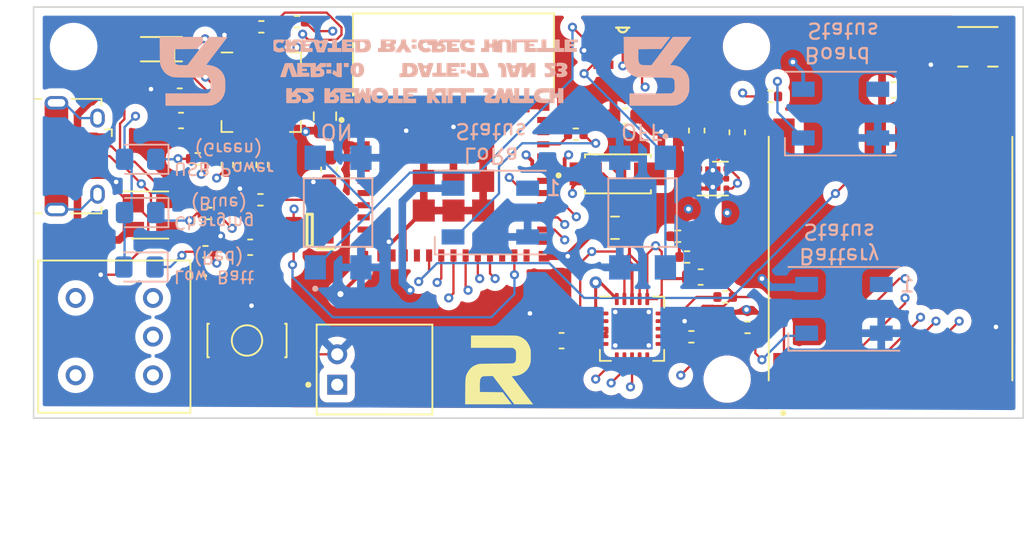
<source format=kicad_pcb>
(kicad_pcb (version 20211014) (generator pcbnew)
  (title_block (title "Kill Switch - Remote") (date "2023-01-18") (rev "1.0") (company "Created by: Greg Hulette") (comment 1 "- Creates WiFi Network for Remote Web Access") (comment 2 "- WiFi to LoRa Bridge") (comment 3 "- Buttons for Master Relay"))
  (layers (0 "F.Cu" signal) (1 "In1.Cu" signal) (2 "In2.Cu" signal) (31 "B.Cu" signal) (34 "B.Paste" user) (35 "F.Paste" user) (36 "B.SilkS" user "B.Silkscreen") (37 "F.SilkS" user "F.Silkscreen") (38 "B.Mask" user) (39 "F.Mask" user) (44 "Edge.Cuts" user))
  (net 0 "")
  (net 1 "+3V3")
  (net 2 "GND")
  (net 3 "RESET")
  (net 4 "Net-(C6-Pad2)")
  (net 5 "VBUS")
  (net 6 "Net-(C9-Pad1)")
  (net 7 "Net-(D1-PadA)")
  (net 8 "USB_DP")
  (net 9 "USB_DN")
  (net 10 "Net-(D4-Pad1)")
  (net 11 "Net-(D5-Pad1)")
  (net 13 "unconnected-(J1-Pad6)")
  (net 14 "Net-(J2-Pad1)")
  (net 15 "Net-(J3-Pad2)")
  (net 17 "Net-(L1-Pad3)")
  (net 20 "DTR")
  (net 21 "RTS")
  (net 22 "GPIO0")
  (net 23 "Net-(R2-Pad1)")
  (net 24 "RXD0")
  (net 25 "Net-(R3-Pad1)")
  (net 26 "TXD0")
  (net 27 "Net-(R4-Pad2)")
  (net 28 "Net-(R6-Pad1)")
  (net 29 "Net-(R7-Pad1)")
  (net 30 "Net-(R8-Pad1)")
  (net 31 "Net-(R9-Pad1)")
  (net 32 "Net-(R10-Pad1)")
  (net 33 "Net-(R11-Pad1)")
  (net 34 "BATT_LEVEL")
  (net 35 "STATUS_LED_DATA")
  (net 36 "BATSTAT_LED_DATA")
  (net 37 "Net-(TH1-Pad1)")
  (net 47 "DI0_LORA")
  (net 48 "RESET_LORA")
  (net 49 "SCK_LORA")
  (net 50 "MISO_LORA")
  (net 51 "MOSI_LORA")
  (net 52 "NSS_LORA")
  (net 56 "OFF_SW_OUT")
  (net 57 "ON_SW_OUT")
  (net 77 "DTS")
  (net 84 "LORA_LED_DATA")
  (net 86 "Net-(S2-Pad1)")
  (net 87 "Net-(D6-Pad1)")
  (net 88 "Net-(L2-Pad3)")
  (net 89 "Net-(L3-Pad3)")
  (net 90 "Net-(S3-Pad1)")
  (footprint "Capacitor_SMD:C_0603_1608Metric" (layer "F.Cu") (at 94.6 88.854 180)
    (fp_text reference "C5")
    (fp_text value ".1uF")
  )
  (footprint "MountingHole:MountingHole_2.1mm" (layer "F.Cu") (at 131.826 85.598)
    (fp_text reference "REF**" hide)
    (fp_text value "MountingHole_2.1mm" hide)
  )
  (footprint "Custom:JST_S2B-PH-K-S(LF)(SN)" (layer "F.Cu") (at 104.944 106.809 90)
    (fp_text reference "J2")
    (fp_text value "S2B-PH-K-S(LF)(SN)")
  )
  (footprint "Package_DFN_QFN:QFN-28-1EP_5x5mm_P0.5mm_EP3.35x3.35mm" (layer "F.Cu") (at 99.952 88.596)
    (fp_text reference "U2")
    (fp_text value "CP2102N-A02-GQFN28")
  )
  (footprint "Custom:MODULE_ESP32-PICO-MINI-02" (layer "F.Cu") (at 112.579 94.418)
    (fp_text reference "U1")
    (fp_text value "ESP32-PICO-MINI-02")
  )
  (footprint "Resistor_SMD:R_0402_1005Metric" (layer "F.Cu") (at 127.338 98.054 180)
    (fp_text reference "R13")
    (fp_text value "100K")
  )
  (footprint "Capacitor_SMD:C_0603_1608Metric" (layer "F.Cu") (at 141.504 88.446)
    (fp_text reference "C10")
    (fp_text value ".1uF")
  )
  (footprint "Resistor_SMD:R_0402_1005Metric" (layer "F.Cu") (at 131.896 104.044 180)
    (fp_text reference "R17")
    (fp_text value "470")
  )
  (footprint "Capacitor_SMD:C_0603_1608Metric" (layer "F.Cu") (at 128.558 91.114 -90)
    (fp_text reference "C7")
    (fp_text value "1uF")
  )
  (footprint "Capacitor_SMD:C_0603_1608Metric" (layer "F.Cu") (at 99.226 98.78 180)
    (fp_text reference "C3")
    (fp_text value ".1uF")
  )
  (footprint "Capacitor_SMD:C_0805_2012Metric" (layer "F.Cu") (at 104.14 90.17 90)
    (fp_text reference "C1")
    (fp_text value "10uF")
  )
  (footprint "Connector_USB:USB_Micro-B_Amphenol_10118194_Horizontal" (layer "F.Cu") (at 87.8 92.794 -90)
    (fp_text reference "J1")
    (fp_text value "USB_B_Micro")
  )
  (footprint "Resistor_SMD:R_0402_1005Metric" (layer "F.Cu") (at 100.016 93.364 -90)
    (fp_text reference "R6")
    (fp_text value "1K")
  )
  (footprint "Package_SON:WSON-6-1EP_2x2mm_P0.65mm_EP1x1.6mm_ThermalVias" (layer "F.Cu") (at 129.614 94.27)
    (fp_text reference "U3")
    (fp_text value "LP5912-3.3DRV")
  )
  (footprint "Resistor_SMD:R_0402_1005Metric" (layer "F.Cu") (at 98.97 93.364 -90)
    (fp_text reference "R5")
    (fp_text value "47.5K")
  )
  (footprint "Package_DFN_QFN:QFN-20-1EP_4x4mm_P0.5mm_EP2.7x2.7mm_ThermalVias" (layer "F.Cu") (at 124.308 104.13)
    (fp_text reference "U4")
    (fp_text value "MCP73871-2CC-Custom")
  )
  (footprint "Resistor_SMD:R_0402_1005Metric" (layer "F.Cu") (at 127.926 99.418)
    (fp_text reference "R12")
    (fp_text value "100K")
  )
  (footprint "Resistor_SMD:R_0402_1005Metric" (layer "F.Cu") (at 130.426 102.046)
    (fp_text reference "R10")
    (fp_text value "10K")
  )
  (footprint "Resistor_SMD:R_0402_1005Metric" (layer "F.Cu") (at 95.78392 92.97 180)
    (fp_text reference "R7")
    (fp_text value "82")
  )
  (footprint "Capacitor_SMD:C_0603_1608Metric" (layer "F.Cu") (at 128.814 100.736)
    (fp_text reference "C9")
    (fp_text value "4.7uF")
  )
  (footprint "Resistor_SMD:R_0402_1005Metric" (layer "F.Cu") (at 133.39 88.872 180)
    (fp_text reference "R14")
    (fp_text value "470")
  )
  (footprint "Resistor_SMD:R_0402_1005Metric" (layer "F.Cu") (at 97.728 93.368 90)
    (fp_text reference "R4")
    (fp_text value "22.1K")
  )
  (footprint "Custom:SOT95P280X145-6N" (layer "F.Cu") (at 123.698 85.852)
    (fp_text reference "U6" hide)
    (fp_text value "MAX6817EUT+T" hide)
  )
  (footprint "Custom:SMAJ5.0_DIOM4325X250N" (layer "F.Cu") (at 123.383 93.958)
    (fp_text reference "D3")
    (fp_text value "SMAJ5.0")
  )
  (footprint "Custom:SOD3716X135N" (layer "F.Cu") (at 93.3985 85.7685 180)
    (fp_text reference "D1")
    (fp_text value "B5819W-TP")
  )
  (footprint "MountingHole:MountingHole_2.1mm" (layer "F.Cu") (at 87.63 85.598)
    (fp_text reference "REF**" hide)
    (fp_text value "MountingHole_2.1mm" hide)
  )
  (footprint "Resistor_SMD:R_0402_1005Metric" (layer "F.Cu") (at 102.314 83.964)
    (fp_text reference "R3")
    (fp_text value "1K")
  )
  (footprint "Custom:RFM95W-915S2" (layer "F.Cu") (at 141.287 99.522 90)
    (fp_text reference "U5")
    (fp_text value "RFM95W-915S2")
  )
  (footprint "Capacitor_SMD:C_0603_1608Metric" (layer "F.Cu") (at 119.68 104.916 180)
    (fp_text reference "TH1")
    (fp_text value "10K")
  )
  (footprint "Capacitor_SMD:C_0603_1608Metric" (layer "F.Cu") (at 104.4 93.666 -90)
    (fp_text reference "C2")
    (fp_text value ".1uF")
  )
  (footprint "Custom:SOT65P230X110-6N" (layer "F.Cu") (at 103.133 97.662 180)
    (fp_text reference "Q2")
    (fp_text value "UMH3N")
  )
  (footprint "MountingHole:MountingHole_2.1mm" (layer "F.Cu") (at 130.556 107.442)
    (fp_text reference "REF**" hide)
    (fp_text value "MountingHole_2.1mm" hide)
  )
  (footprint "Capacitor_SMD:C_0805_2012Metric" (layer "F.Cu") (at 123.19 97.498 180)
    (fp_text reference "C8")
    (fp_text value "10uF")
  )
  (footprint "Capacitor_SMD:C_0603_1608Metric" (layer "F.Cu") (at 131.216 91.232 90)
    (fp_text reference "C6")
    (fp_text value "1uF")
  )
  (footprint "Resistor_SMD:R_0402_1005Metric" (layer "F.Cu") (at 128.208 104.66)
    (fp_text reference "R11")
    (fp_text value "100K")
  )
  (footprint "Package_TO_SOT_SMD:SOT-143" (layer "F.Cu") (at 92.654 96.66)
    (fp_text reference "D2")
    (fp_text value "SP0503BAHTG")
  )
  (footprint "Resistor_SMD:R_0402_1005Metric" (layer "F.Cu") (at 96.29192 99.074 180)
    (fp_text reference "R9")
    (fp_text value "150")
  )
  (footprint "Resistor_SMD:R_0402_1005Metric" (layer "F.Cu") (at 120.614 91.358 180)
    (fp_text reference "R16")
    (fp_text value "470")
  )
  (footprint "Custom:AS11CH" (layer "F.Cu") (at 90.30292 104.648 -90)
    (fp_text reference "SW4")
    (fp_text value "AS11CH")
  )
  (footprint "Capacitor_SMD:C_0603_1608Metric" (layer "F.Cu") (at 123.864 90.174)
    (fp_text reference "C11")
    (fp_text value ".1uF")
  )
  (footprint "Resistor_SMD:R_0402_1005Metric" (layer "F.Cu") (at 99.902 95.662)
    (fp_text reference "R1")
    (fp_text value "10K")
  )
  (footprint "Resistor_SMD:R_0402_1005Metric" (layer "F.Cu") (at 96.54592 96.56 180)
    (fp_text reference "R8")
    (fp_text value "82")
  )
  (footprint "Custom:SW_TL3342F160QG" (layer "F.Cu") (at 99.018618 104.902 -90)
    (fp_text reference "S1")
    (fp_text value "TL3342F160QG")
  )
  (footprint "Resistor_SMD:R_0402_1005Metric" (layer "F.Cu") (at 99.96 84.3)
    (fp_text reference "R2")
    (fp_text value "1K")
  )
  (footprint "Custom:HRS_U.FL-R-SMT-1(10)" (layer "F.Cu") (at 147.02 85.612)
    (fp_text reference "J3")
    (fp_text value "U.FL-R-SMT-1(10)")
  )
  (footprint "Capacitor_SMD:C_0603_1608Metric" (layer "F.Cu") (at 94.688 90.454 180)
    (fp_text reference "C4")
    (fp_text value "4.7uF")
  )
  (footprint "Logos:R2_Logo_V2" (layer "F.Cu") (at 115.57 107.188)
    (fp_text reference "G***" hide)
    (fp_text value "LOGO" hide)
  )
  (footprint "Logos:R2_Logo_V2" (layer "B.Cu") (at 95.504 86.868)
    (fp_text reference "G***" hide)
    (fp_text value "LOGO" hide)
  )
  (footprint "Logos:R2_Logo_V2" (layer "B.Cu") (at 125.984 86.868)
    (fp_text reference "G***" hide)
    (fp_text value "LOGO" hide)
  )
  (footprint "LED_SMD:LED_0805_2012Metric_Pad1.15x1.40mm_HandSolder" (layer "B.Cu") (at 91.948 100.076 180)
    (fp_text reference "D6")
    (fp_text value "Red")
  )
  (footprint "LED_SMD:LED_WS2812B_PLCC4_5.0x5.0mm_P3.2mm" (layer "B.Cu") (at 115 96.5 180)
    (fp_text reference "L2" hide)
    (fp_text value "WS2812B")
  )
  (footprint "Logos:RemoteKillSwitchLogo" (layer "B.Cu") (at 110.737843 87.235218)
    (fp_text reference "G***" hide)
    (fp_text value "LOGO" hide)
  )
  (footprint "LED_SMD:LED_WS2812B_PLCC4_5.0x5.0mm_P3.2mm" (layer "B.Cu") (at 138.228 102.824 180)
    (fp_text reference "L3" hide)
    (fp_text value "WS2812B")
  )
  (footprint "Custom:SW_TL3305BF260QG" (layer "B.Cu") (at 125 96.5 -90)
    (fp_text reference "S3")
    (fp_text value "TL3342F160QG" hide)
  )
  (footprint "LED_SMD:LED_0805_2012Metric_Pad1.15x1.40mm_HandSolder" (layer "B.Cu") (at 92 96.5 180)
    (fp_text reference "D5")
    (fp_text value "BLUE")
  )
  (footprint "Custom:SW_TL3305BF260QG" (layer "B.Cu") (at 105 96.5 90)
    (fp_text reference "S2" hide)
    (fp_text value "TL3342F160QG")
  )
  (footprint "LED_SMD:LED_WS2812B_PLCC4_5.0x5.0mm_P3.2mm" (layer "B.Cu") (at 138 90 180)
    (fp_text reference "L1")
    (fp_text value "WS2812B")
  )
  (footprint "LED_SMD:LED_0805_2012Metric_Pad1.15x1.40mm_HandSolder" (layer "B.Cu") (at 92 93 180)
    (fp_text reference "D4")
    (fp_text value "Green")
  )
  (gr_line (start 150 83) (end 85 83) (layer "Edge.Cuts") (width 0.1))
  (gr_line (start 150 110) (end 150 83) (layer "Edge.Cuts") (width 0.1))
  (gr_line (start 85 83) (end 85 110) (layer "Edge.Cuts") (width 0.1))
  (gr_line (start 85 110) (end 150 110) (layer "Edge.Cuts") (width 0.1))
  (gr_text "OFF" (at 124.968 91.186 180) (layer "B.SilkS") (effects (font (size 1 1)) (justify mirror)))
  (gr_text "USB Power \n(Green)" (at 97.801809 92.964 180) (layer "B.SilkS") (effects (font (size 0.8 0.8) (thickness 0.125)) (justify mirror)))
  (gr_text "Low Batt \n(Red)" (at 97.15419 100.076 180) (layer "B.SilkS") (effects (font (size 0.8 0.8) (thickness 0.125)) (justify mirror)))
  (gr_text "Board \nStatus" (at 138.176 85.344 180) (layer "B.SilkS") (effects (font (size 1 1)) (justify mirror)))
  (gr_text "LoRa\nStatus" (at 115.062 91.948 180) (layer "B.SilkS") (effects (font (size 1 1)) (justify mirror)))
  (gr_text "Battery\nStatus" (at 137.922 98.552 180) (layer "B.SilkS") (effects (font (size 1 1)) (justify mirror)))
  (gr_text "ON" (at 104.902 91.186 180) (layer "B.SilkS") (effects (font (size 1 1)) (justify mirror)))
  (gr_text "Charging \n(Blue)" (at 97.173237 96.52 180) (layer "B.SilkS") (effects (font (size 0.8 0.8) (thickness 0.125)) (justify mirror)))
  (segment (start 105.273 92.018) (end 104.4 92.891) (width 0.25) (layer "F.Cu") (net 1))
  (segment (start 96.3515 89.8305) (end 95.375 88.854) (width 0.1524) (layer "F.Cu") (net 1))
  (segment (start 96.617 90.096) (end 96.3515 89.8305) (width 0.1524) (layer "F.Cu") (net 1))
  (segment (start 100.016 93.874) (end 100.016 94.294) (width 0.5) (layer "F.Cu") (net 1))
  (segment (start 127.762 96.012) (end 128.016 96.266) (width 0.1524) (layer "F.Cu") (net 1))
  (segment (start 106.679 92.018) (end 105.273 92.018) (width 0.25) (layer "F.Cu") (net 1))
  (segment (start 96.586 89.596) (end 96.3515 89.8305) (width 0.1524) (layer "F.Cu") (net 1))
  (segment (start 97.502 90.096) (end 95.821 90.096) (width 0.1524) (layer "F.Cu") (net 1))
  (segment (start 105.038 92.018) (end 104.14 91.12) (width 0.25) (layer "F.Cu") (net 1))
  (segment (start 128.122 93.62) (end 127.762 93.98) (width 0.1524) (layer "F.Cu") (net 1))
  (segment (start 97.502 90.096) (end 96.617 90.096) (width 0.1524) (layer "F.Cu") (net 1))
  (segment (start 128.7265 92.0575) (end 128.558 91.889) (width 0.1524) (layer "F.Cu") (net 1))
  (segment (start 95.821 90.096) (end 95.463 90.454) (width 0.1524) (layer "F.Cu") (net 1))
  (segment (start 128.7265 93.62) (end 128.122 93.62) (width 0.1524) (layer "F.Cu") (net 1))
  (segment (start 99.392 94.918) (end 99.392 95.662) (width 0.5) (layer "F.Cu") (net 1))
  (segment (start 127.762 93.98) (end 127.762 96.012) (width 0.1524) (layer "F.Cu") (net 1))
  (segment (start 97.502 89.596) (end 96.586 89.596) (width 0.1524) (layer "F.Cu") (net 1))
  (segment (start 100.016 94.294) (end 99.392 94.918) (width 0.5) (layer "F.Cu") (net 1))
  (segment (start 106.679 92.018) (end 105.038 92.018) (width 0.25) (layer "F.Cu") (net 1))
  (segment (start 128.7265 93.62) (end 128.7265 92.0575) (width 0.1524) (layer "F.Cu") (net 1))
  (via (at 132.842 100.838) (size 0.6) (drill 0.3) (layers "F.Cu" "B.Cu") (net 1))
  (via (at 130.556 96.52) (size 0.6) (drill 0.3) (layers "F.Cu" "B.Cu") (net 1))
  (via (at 109.728 101.6) (size 0.6) (drill 0.3) (layers "F.Cu" "B.Cu") (net 1))
  (via (at 128.016 96.266) (size 0.6) (drill 0.3) (layers "F.Cu" "B.Cu") (net 1))
  (via (at 134.874 86.614) (size 0.6) (drill 0.3) (layers "F.Cu" "B.Cu") (net 1))
  (via (at 102.87 91.186) (size 0.6) (drill 0.3) (layers "F.Cu" "B.Cu") (net 1))
  (via (at 131.826 102.87) (size 0.6) (drill 0.3) (layers "F.Cu" "B.Cu") (net 1))
  (segment (start 112.55 94.9) (end 110.078 94.9) (width 0.5) (layer "B.Cu") (net 1))
  (segment (start 135.55 101.4) (end 133.404 101.4) (width 0.5) (layer "B.Cu") (net 1))
  (segment (start 135.55 88.4) (end 135.55 87.29) (width 0.25) (layer "B.Cu") (net 1))
  (segment (start 135.55 87.29) (end 134.874 86.614) (width 0.25) (layer "B.Cu") (net 1))
  (segment (start 133.404 101.4) (end 132.842 100.838) (width 0.5) (layer "B.Cu") (net 1))
  (segment (start 109.22 101.092) (end 109.728 101.6) (width 0.5) (layer "B.Cu") (net 1))
  (segment (start 109.22 95.758) (end 109.22 101.092) (width 0.5) (layer "B.Cu") (net 1))
  (segment (start 110.078 94.9) (end 109.22 95.758) (width 0.5) (layer "B.Cu") (net 1))
  (segment (start 148.287 107.222) (end 148.287 104.091) (width 0.1524) (layer "F.Cu") (net 2))
  (segment (start 100.918618 101.752) (end 100.918618 101.783618) (width 0.1524) (layer "F.Cu") (net 2))
  (segment (start 128.718 104.588) (end 127.762 103.632) (width 0.1524) (layer "F.Cu") (net 2))
  (segment (start 122.24 97.498) (end 121.972 97.498) (width 0.5) (layer "F.Cu") (net 2))
  (segment (start 122.633489 104.13) (end 122.633489 104.354511) (width 0.25) (layer "F.Cu") (net 2))
  (segment (start 127.762 103.632) (end 127.968 103.632) (width 0.1524) (layer "F.Cu") (net 2))
  (segment (start 108.579 98.418) (end 110.629 96.368) (width 0.25) (layer "F.Cu") (net 2))
  (segment (start 122.428 85.852) (end 121.158 85.852) (width 0.25) (layer "F.Cu") (net 2))
  (segment (start 104.14 89.22) (end 104.388 89.468) (width 0.25) (layer "F.Cu") (net 2))
  (segment (start 98.451 98.78) (end 98.018 98.78) (width 0.1524) (layer "F.Cu") (net 2))
  (segment (start 89.408 100.584) (end 90.424 100.584) (width 0.1524) (layer "F.Cu") (net 2))
  (segment (start 103.161618 105.809) (end 100.918618 108.052) (width 0.1524) (layer "F.Cu") (net 2))
  (segment (start 129.614 94.82) (end 129.614 93.72) (width 0.1524) (layer "F.Cu") (net 2))
  (segment (start 114.529 96.368) (end 112.579 96.368) (width 0.5) (layer "F.Cu") (net 2))
  (segment (start 131.063 101.919) (end 129.88 100.736) (width 0.1524) (layer "F.Cu") (net 2))
  (segment (start 120.102 99.368) (end 120.088 99.368) (width 0.5) (layer "F.Cu") (net 2))
  (segment (start 112.579 92.468) (end 112.579 94.418) (width 0.5) (layer "F.Cu") (net 2))
  (segment (start 93.172 88.854) (end 93.825 88.854) (width 0.5) (layer "F.Cu") (net 2))
  (segment (start 128.473 90.424) (end 128.558 90.339) (width 0.5) (layer "F.Cu") (net 2))
  (segment (start 98.97 94.5103) (end 98.97 93.874) (width 0.1524) (layer "F.Cu") (net 2))
  (segment (start 129.032 97.536) (end 128.366 97.536) (width 0.1524) (layer "F.Cu") (net 2))
  (segment (start 110.629 92.468) (end 112.579 92.468) (width 0.5) (layer "F.Cu") (net 2))
  (segment (start 126.746 105.664) (end 127.714 105.664) (width 0.1524) (layer "F.Cu") (net 2))
  (segment (start 122.633489 104.354511) (end 122.358 104.63) (width 0.25) (layer "F.Cu") (net 2))
  (segment (start 129.614 93.398) (end 129.614 93.72) (width 0.1524) (layer "F.Cu") (net 2))
  (segment (start 144.072 88.446) (end 142.279 88.446) (width 0.1524) (layer "F.Cu") (net 2))
  (segment (start 146.15426 84.074) (end 145.545 84.68326) (width 0.5) (layer "F.Cu") (net 2))
  (segment (start 90.52 94.584) (end 90.03 94.094) (width 0.1524) (layer "F.Cu") (net 2))
  (segment (start 126.746 105.664) (end 126.746 105.618) (width 0.1524) (layer "F.Cu") (net 2))
  (segment (start 146.287 91.822) (end 146.287 90.407) (width 0.1524) (layer "F.Cu") (net 2))
  (segment (start 126.238 93.218) (end 125.498 93.958) (width 0.5) (layer "F.Cu") (net 2))
  (segment (start 126.238 91.186) (end 125.651 91.186) (width 0.5) (layer "F.Cu") (net 2))
  (segment (start 134.287 107.222) (end 134.287 103.807) (width 0.1524) (layer "F.Cu") (net 2))
  (segment (start 128.366 97.536) (end 127.848 98.054) (width 0.1524) (layer "F.Cu") (net 2))
  (segment (start 125.308 106.08) (end 124.808 106.08) (width 0.1524) (layer "F.Cu") (net 2))
  (segment (start 109.474 91.1225) (end 108.7695 90.418) (width 0.5) (layer "F.Cu") (net 2))
  (segment (start 125.651 91.186) (end 124.639 90.174) (width 0.5) (layer "F.Cu") (net 2))
  (segment (start 93.913 88.942) (end 93.825 88.854) (width 0.5) (layer "F.Cu") (net 2))
  (segment (start 127.968 103.632) (end 128.972 102.628) (width 0.1524) (layer "F.Cu") (net 2))
  (segment (start 93.913 90.454) (end 93.913 88.942) (width 0.5) (layer "F.Cu") (net 2))
  (segment (start 148.495 85.612) (end 148.495 84.487) (width 0.5) (layer "F.Cu") (net 2))
  (segment (start 90.424 100.584) (end 92.529711 98.478289) (width 0.1524) (layer "F.Cu") (net 2))
  (segment (start 126.584 106.08) (end 126.746 105.918) (width 0.1524) (layer "F.Cu") (net 2))
  (segment (start 106.679 90.418) (end 106.679 91.218) (width 0.5) (layer "F.Cu") (net 2))
  (segment (start 129.88 100.736) (end 129.589 100.736) (width 0.1524) (layer "F.Cu") (net 2))
  (segment (start 103.425 94.441) (end 103.378 94.488) (width 0.25) (layer "F.Cu") (net 2))
  (segment (start 148.287 104.091) (end 148.209 104.013) (width 0.1524) (layer "F.Cu") (net 2))
  (segment (start 104.4 94.441) (end 103.425 94.441) (width 0.25) (layer "F.Cu") (net 2))
  (segment (start 90.52 95.11) (end 91.3 95.89) (width 0.1524) (layer "F.Cu") (net 2))
  (segment (start 106.679 98.418) (end 108.338 98.418) (width 0.25) (layer "F.Cu") (net 2))
  (segment (start 90.52 94.838) (end 90.424 94.742) (width 0.1524) (layer "F.Cu") (net 2))
  (segment (start 99.452 88.096) (end 99.952 88.596) (width 0.1524) (layer "F.Cu") (net 2))
  (segment (start 108.338 98.418) (end 108.579 98.418) (width 0.25) (layer "F.Cu") (net 2))
  (segment (start 128.718 104.66) (end 128.718 104.588) (width 0.1524) (layer "F.Cu") (net 2))
  (segment (start 97.502 88.096) (end 99.452 88.096) (width 0.1524) (layer "F.Cu") (net 2))
  (segment (start 120.396 103.124) (end 117.602 103.124) (width 0.25) (layer "F.Cu") (net 2))
  (segment (start 145.545 84.68326) (end 145.545 85.612) (width 0.5) (layer "F.Cu") (net 2))
  (segment (start 114.529 94.418) (end 114.529 96.368) (width 0.5) (layer "F.Cu") (net 2))
  (segment (start 130.302 98.298) (end 129.54 97.536) (width 0.1524) (layer "F.Cu") (net 2))
  (segment (start 130.302 100.023) (end 130.302 98.298) (width 0.1524) (layer "F.Cu") (net 2))
  (segment (start 92.71 88.392) (end 93.172 88.854) (width 0.5) (layer "F.Cu") (net 2))
  (segment (start 92.529711 98.478289) (end 92.529711 96.834289) (width 0.1524) (layer "F.Cu") (net 2))
  (segment (start 144.326 88.446) (end 144.072 88.446) (width 0.1524) (layer "F.Cu") (net 2))
  (segment (start 118.905 104.916) (end 117.602 103.613) (width 0.1524) (layer "F.Cu") (net 2))
  (segment (start 129.597155 102.628) (end 129.610875 102.64172) (width 0.1524) (layer "F.Cu") (net 2))
  (segment (start 148.082 84.074) (end 146.15426 84.074) (width 0.5) (layer "F.Cu") (net 2))
  (segment (start 91.3 95.89) (end 91.554 95.89) (width 0.1524) (layer "F.Cu") (net 2))
  (segment (start 106.629 89.468) (end 118.529 89.468) (width 0.5) (layer "F.Cu") (net 2))
  (segment (start 112.579 89.518) (end 112.579 90.875) (width 0.5) (layer "F.Cu") (net 2))
  (segment (start 127 90.424) (end 128.473 90.424) (width 0.5) (layer "F.Cu") (net 2))
  (segment (start 100.178 101.752) (end 99.314 102.616) (width 0.1524) (layer "F.Cu") (net 2))
  (segment (start 128.7265 94.92) (end 129.514 94.92) (width 0.25) (layer "F.Cu") (net 2))
  (segment (start 108.7695 90.418) (end 106.679 90.418) (width 0.5) (layer "F.Cu") (net 2))
  (segment (start 98.05128 85.35128) (end 97.536 84.836) (width 0.1524) (layer "F.Cu") (net 2))
  (segment (start 145.545 85.612) (end 145.113 85.612) (width 0.5) (layer "F.Cu") (net 2))
  (segment (start 92.529711 96.834289) (end 91.585422 95.89) (width 0.1524) (layer "F.Cu") (net 2))
  (segment (start 121.972 97.498) (end 120.102 99.368) (width 0.5) (layer "F.Cu") (net 2))
  (segment (start 129.614 94.82) (end 129.614 96.954) (width 0.1524) (layer "F.Cu") (net 2))
  (segment (start 90.52 94.838) (end 90.52 94.584) (width 0.1524) (layer "F.Cu") (net 2))
  (segment (start 131.005 92.007) (end 129.614 93.398) (width 0.1524) (layer "F.Cu") (net 2))
  (segment (start 106.629 99.368) (end 106.629 100.381) (width 0.25) (layer "F.Cu") (net 2))
  (segment (start 129.610875 102.64172) (end 130.34028 102.64172) (width 0.1524) (layer "F.Cu") (net 2))
  (segment (start 130.34028 102.64172) (end 131.063 101.919) (width 0.1524) (layer "F.Cu") (net 2))
  (segment (start 110.629 96.368) (end 110.629 94.418) (width 0.5) (layer "F.Cu") (net 2))
  (segment (start 91.585422 95.89) (end 91.554 95.89) (width 0.1524) (layer "F.Cu") (net 2))
  (segment (start 129.514 94.92) (end 129.614 94.82) (width 0.25) (layer "F.Cu") (net 2))
  (segment (start 126.746 105.618) (end 126.258 105.13) (width 0.1524) (layer "F.Cu") (net 2))
  (segment (start 126.238 91.186) (end 126.238 93.218) (width 0.5) (layer "F.Cu") (net 2))
  (segment (start 104.388 89.468) (end 106.629 89.468) (width 0.25) (layer "F.Cu") (net 2))
  (segment (start 114.529 92.468) (end 114.529 94.418) (width 0.5) (layer "F.Cu") (net 2))
  (segment (start 90.03 94.094) (end 89.108 94.094) (width 0.1524) (layer "F.Cu") (net 2))
  (segment (start 129.54 97.536) (end 129.032 97.536) (width 0.1524) (layer "F.Cu") (net 2))
  (segment (start 121.402 104.13) (end 120.396 103.124) (width 0.25) (layer "F.Cu") (net 2))
  (segment (start 112.579 96.368) (end 110.629 96.368) (width 0.5) (layer "F.Cu") (net 2))
  (segment (start 106.629 89.468) (end 106.629 90.368) (width 0.5) (layer "F.Cu") (net 2))
  (segment (start 112.579 92.468) (end 114.529 92.468) (width 0.5) (layer "F.Cu") (net 2))
  (segment (start 128.972 102.628) (end 129.597155 102.628) (width 0.1524) (layer "F.Cu") (net 2))
  (segment (start 109.474 91.313) (end 110.629 92.468) (width 0.5) (layer "F.Cu") (net 2))
  (segment (start 90.424 94.742) (end 90.424 94.488) (width 0.1524) (layer "F.Cu") (net 2))
  (segment (start 130.5015 94.27) (end 129.614 94.27) (width 0.1524) (layer "F.Cu") (net 2))
  (segment (start 98.05128 86.69528) (end 98.05128 85.35128) (width 0.1524) (layer "F.Cu") (net 2))
  (segment (start 134.287 103.807) (end 132.526 102.046) (width 0.1524) (layer "F.Cu") (net 2))
  (segment (start 106.629 90.368) (end 106.679 90.418) (width 0.5) (layer "F.Cu") (net 2))
  (segment (start 131.216 92.007) (end 131.005 92.007) (width 0.1524) (layer "F.Cu") (net 2))
  (segment (start 132.526 102.046) (end 130.936 102.046) (width 0.1524) (layer "F.Cu") (net 2))
  (segment (start 106.629 100.381) (end 105.156 101.854) (width 0.25) (layer "F.Cu") (net 2))
  (segment (start 100.918618 101.752) (end 100.178 101.752) (width 0.1524) (layer "F.Cu") (net 2))
  (segment (start 90.52 94.838) (end 90.52 95.11) (width 0.1524) (layer "F.Cu") (net 2))
  (segment (start 145.113 85.612) (end 143.9375 86.7875) (width 0.5) (layer "F.Cu") (net 2))
  (segment (start 143.9375 86.7875) (end 142.279 88.446) (width 0.5) (layer "F.Cu") (net 2))
  (segment (start 106.679 99.318) (end 106.629 99.368) (width 0.25) (layer "F.Cu") (net 2))
  (segment (start 99.952 88.596) (end 98.05128 86.69528) (width 0.1524) (layer "F.Cu") (net 2))
  (segment (start 129.589 100.736) (end 130.302 100.023) (width 0.1524) (layer "F.Cu") (net 2))
  (segment (start 122.358 104.13) (end 122.633489 104.13) (width 0.25) (layer "F.Cu") (net 2))
  (segment (start 98.018 98.78) (end 97.282 98.044) (width 0.1524) (layer "F.Cu") (net 2))
  (segment (start 109.379 99.318) (end 109.379 97.618) (width 0.25) (layer "F.Cu") (net 2))
  (segment (start 146.287 90.407) (end 144.326 88.446) (width 0.1524) (layer "F.Cu") (net 2))
  (segment (start 129.614 96.954) (end 129.032 97.536) (width 0.1524) (layer "F.Cu") (net 2))
  (segment (start 126.746 105.918) (end 126.746 105.664) (width 0.1524) (layer "F.Cu") (net 2))
  (segment (start 125.308 106.08) (end 126.584 106.08) (width 0.1524) (layer "F.Cu") (net 2))
  (segment (start 112.579 90.875) (end 112.579 92.468) (width 0.5) (layer "F.Cu") (net 2))
  (segment (start 109.474 91.1225) (end 109.474 91.313) (width 0.5) (layer "F.Cu") (net 2))
  (segment (start 110.629 94.418) (end 110.629 92.468) (width 0.5) (layer "F.Cu") (net 2))
  (segment (start 117.602 103.613) (end 117.602 103.124) (width 0.1524) (layer "F.Cu") (net 2))
  (segment (start 98.552 94.9283) (end 98.97 94.5103) (width 0.1524) (layer "F.Cu") (net 2))
  (segment (start 127.714 105.664) (end 128.718 104.66) (width 0.1524) (layer "F.Cu") (net 2))
  (segment (start 100.918618 101.783618) (end 104.944 105.809) (width 0.1524) (layer "F.Cu") (net 2))
  (segment (start 120.088 99.368) (end 118.529 99.368) (width 0.5) (layer "F.Cu") (net 2))
  (segment (start 109.379 97.618) (end 110.629 96.368) (width 0.25) (layer "F.Cu") (net 2))
  (segment (start 148.495 84.487) (end 148.082 84.074) (width 0.5) (layer "F.Cu") (net 2))
  (segment (start 126.238 91.186) (end 127 90.424) (width 0.5) (layer "F.Cu") (net 2))
  (segment (start 122.358 104.13) (end 121.402 104.13) (width 0.25) (layer "F.Cu") (net 2))
  (segment (start 104.944 105.809) (end 103.161618 105.809) (width 0.1524) (layer "F.Cu") (net 2))
  (segment (start 106.679 98.418) (end 106.679 99.318) (width 0.25) (layer "F.Cu") (net 2))
  (via (at 103.378 94.488) (size 0.6) (drill 0.3) (layers "F.Cu" "B.Cu") (net 2))
  (via (at 121.158 85.852) (size 0.6) (drill 0.3) (layers "F.Cu" "B.Cu") (net 2))
  (via (at 105.156 101.854) (size 0.8) (drill 0.4) (layers "F.Cu" "B.Cu") (net 2))
  (via (at 90.424 94.488) (size 0.6) (drill 0.3) (layers "F.Cu" "B.Cu") (net 2))
  (via (at 109.474 91.1225) (size 0.6) (drill 0.3) (layers "F.Cu" "B.Cu") (net 2))
  (via (at 89.408 100.584) (size 0.6) (drill 0.3) (layers "F.Cu" "B.Cu") (net 2))
  (via (at 127.762 103.632) (size 0.6) (drill 0.3) (layers "F.Cu" "B.Cu") (net 2))
  (via (at 99.314 102.616) (size 0.6) (drill 0.3) (layers "F.Cu" "B.Cu") (net 2))
  (via (at 97.282 98.044) (size 0.6) (drill 0.3) (layers "F.Cu" "B.Cu") (net 2))
  (via (at 117.602 103.124) (size 0.6) (drill 0.3) (layers "F.Cu" "B.Cu") (net 2))
  (via (at 112.579 90.875) (size 0.6) (drill 0.3) (layers "F.Cu" "B.Cu") (net 2))
  (via (at 148.209 104.013) (size 0.6) (drill 0.3) (layers "F.Cu" "B.Cu") (net 2))
  (via (at 143.9375 86.7875) (size 0.6) (drill 0.3) (layers "F.Cu" "B.Cu") (net 2))
  (via (at 126.238 91.186) (size 0.6) (drill 0.3) (layers "F.Cu" "B.Cu") (net 2))
  (via (at 98.552 94.9283) (size 0.6) (drill 0.3) (layers "F.Cu" "B.Cu") (net 2))
  (via (at 92.71 88.392) (size 0.6) (drill 0.3) (layers "F.Cu" "B.Cu") (net 2))
  (via (at 97.536 84.836) (size 0.6) (drill 0.3) (layers "F.Cu" "B.Cu") (net 2))
  (via (at 120.088 99.368) (size 0.6) (drill 0.3) (layers "F.Cu" "B.Cu") (net 2))
  (via (at 108.338 98.418) (size 0.6) (drill 0.3) (layers "F.Cu" "B.Cu") (net 2))
  (segment (start 105.048 95.662) (end 105.404 96.018) (width 0.1524) (layer "F.Cu") (net 3))
  (segment (start 100.412 95.662) (end 101.188 95.662) (width 0.1524) (layer "F.Cu") (net 3))
  (segment (start 105.404 96.018) (end 105.177 96.018) (width 0.1524) (layer "F.Cu") (net 3))
  (segment (start 100.001 98.869618) (end 100.001 98.78) (width 0.1524) (layer "F.Cu") (net 3))
  (segment (start 101.188 95.662) (end 100.001 96.849) (width 0.1524) (layer "F.Cu") (net 3))
  (segment (start 97.118618 101.752) (end 100.001 98.869618) (width 0.1524) (layer "F.Cu") (net 3))
  (segment (start 106.679 96.018) (end 105.404 96.018) (width 0.1524) (layer "F.Cu") (net 3))
  (segment (start 101.188 95.662) (end 105.048 95.662) (width 0.1524) (layer "F.Cu") (net 3))
  (segment (start 105.177 96.018) (end 104.183 97.012) (width 0.1524) (layer "F.Cu") (net 3))
  (segment (start 100.001 96.849) (end 100.001 98.78) (width 0.1524) (layer "F.Cu") (net 3))
  (segment (start 97.118618 108.052) (end 97.118618 101.752) (width 0.1524) (layer "F.Cu") (net 3))
  (segment (start 130.5015 93.62) (end 131.424 93.62) (width 0.1524) (layer "F.Cu") (net 4))
  (segment (start 130.5015 94.92) (end 130.886 94.92) (width 0.1524) (layer "F.Cu") (net 4))
  (segment (start 131.605 90.457) (end 131.216 90.457) (width 0.1524) (layer "F.Cu") (net 4))
  (segment (start 130.886 94.92) (end 131.235756 94.569005) (width 0.1524) (layer "F.Cu") (net 4))
  (segment (start 121.92 101.092) (end 122.22 101.092) (width 0.2) (layer "F.Cu") (net 4))
  (segment (start 121.92 102.692) (end 122.358 103.13) (width 0.2) (layer "F.Cu") (net 4))
  (segment (start 131.318 94.488) (end 131.318 94.234) (width 0.1524) (layer "F.Cu") (net 4))
  (segment (start 131.424 93.62) (end 132.588 92.456) (width 0.1524) (layer "F.Cu") (net 4))
  (segment (start 131.235756 94.569005) (end 131.318 94.488) (width 0.1524) (layer "F.Cu") (net 4))
  (segment (start 132.588 92.456) (end 132.588 91.44) (width 0.1524) (layer "F.Cu") (net 4))
  (segment (start 131.318 94.234) (end 130.704 93.62) (width 0.1524) (layer "F.Cu") (net 4))
  (segment (start 121.92 101.092) (end 121.92 102.692) (width 0.2) (layer "F.Cu") (net 4))
  (segment (start 122.22 101.092) (end 123.308 102.18) (width 0.2) (layer "F.Cu") (net 4))
  (segment (start 130.704 93.62) (end 130.5015 93.62) (width 0.1524) (layer "F.Cu") (net 4))
  (segment (start 132.588 91.44) (end 131.605 90.457) (width 0.1524) (layer "F.Cu") (net 4))
  (via (at 131.235756 94.569005) (size 0.6) (drill 0.3) (layers "F.Cu" "B.Cu") (net 4))
  (via (at 121.92 101.092) (size 0.8) (drill 0.4) (layers "F.Cu" "B.Cu") (net 4))
  (segment (start 95.5875 85.7685) (end 96.266 85.09) (width 0.1524) (layer "F.Cu") (net 5))
  (segment (start 122.358 103.63) (end 121.468704 103.63) (width 0.1524) (layer "F.Cu") (net 5))
  (segment (start 121.468704 103.63) (end 120.904 103.065296) (width 0.1524) (layer "F.Cu") (net 5))
  (segment (start 124.14 97.498) (end 124.14 99.248) (width 0.2) (layer "F.Cu") (net 5))
  (segment (start 124.14 97.498) (end 122.792 96.15) (width 0.2) (layer "F.Cu") (net 5))
  (segment (start 123.808 101.744) (end 123.808 102.18) (width 0.1524) (layer "F.Cu") (net 5))
  (segment (start 124.808 99.916) (end 124.46 99.568) (width 0.1524) (layer "F.Cu") (net 5))
  (segment (start 120.904 103.065296) (end 120.904 99.822) (width 0.1524) (layer "F.Cu") (net 5))
  (segment (start 123.808 101.744) (end 123.808 99.678) (width 0.1524) (layer "F.Cu") (net 5))
  (segment (start 123.808 99.678) (end 123.808 99.58) (width 0.2) (layer "F.Cu") (net 5))
  (segment (start 124.308 99.894) (end 124.308 102.18) (width 0.2) (layer "F.Cu") (net 5))
  (segment (start 124.808 102.18) (end 124.808 99.916) (width 0.1524) (layer "F.Cu") (net 5))
  (segment (start 97.728 93.878) (end 97.384 93.878) (width 0.1524) (layer "F.Cu") (net 5))
  (segment (start 124.808 99.894) (end 124.786 99.894) (width 0.1524) (layer "F.Cu") (net 5))
  (segment (start 122.792 94.344) (end 122.406 93.958) (width 0.2) (layer "F.Cu") (net 5))
  (segment (start 121.268 93.958) (end 120.396 94.83) (width 0.2) (layer "F.Cu") (net 5))
  (segment (start 124.46 99.568) (end 124.14 99.248) (width 0.1524) (layer "F.Cu") (net 5))
  (segment (start 124.786 99.894) (end 124.46 99.568) (width 0.1524) (layer "F.Cu") (net 5))
  (segment (start 97.384 93.878) (end 97.028 94.234) (width 0.1524) (layer "F.Cu") (net 5))
  (segment (start 123.444 99.06) (end 123.808 99.424) (width 0.1524) (layer "F.Cu") (net 5))
  (segment (start 123.808 99.894) (end 123.808 99.678) (width 0.2) (layer "F.Cu") (net 5))
  (segment (start 120.396 94.83) (end 120.396 95.25) (width 0.2) (layer "F.Cu") (net 5))
  (segment (start 122.792 96.15) (end 122.792 94.344) (width 0.2) (layer "F.Cu") (net 5))
  (segment (start 122.406 93.958) (end 121.268 93.958) (width 0.2) (layer "F.Cu") (net 5))
  (segment (start 123.808 99.424) (end 123.808 99.894) (width 0.1524) (layer "F.Cu") (net 5))
  (segment (start 121.666 99.06) (end 123.444 99.06) (width 0.1524) (layer "F.Cu") (net 5))
  (segment (start 120.904 99.822) (end 121.666 99.06) (width 0.1524) (layer "F.Cu") (net 5))
  (segment (start 124.14 99.726) (end 124.308 99.894) (width 0.2) (layer "F.Cu") (net 5))
  (segment (start 123.808 99.58) (end 124.14 99.248) (width 0.2) (layer "F.Cu") (net 5))
  (segment (start 95.0368 85.7685) (end 95.5875 85.7685) (width 0.1524) (layer "F.Cu") (net 5))
  (segment (start 124.14 99.248) (end 124.14 99.726) (width 0.2) (layer "F.Cu") (net 5))
  (via (at 96.266 85.09) (size 0.6) (drill 0.3) (layers "F.Cu" "B.Cu") (net 5))
  (via (at 91.694 90.17) (size 0.6) (drill 0.3) (layers "F.Cu" "B.Cu") (net 5))
  (via (at 97.028 94.234) (size 0.6) (drill 0.3) (layers "F.Cu" "B.Cu") (net 5))
  (via (at 120.396 95.25) (size 0.6) (drill 0.3) (layers "F.Cu" "B.Cu") (net 5))
  (via (at 121.666 99.06) (size 0.6) (drill 0.3) (layers "F.Cu" "B.Cu") (net 5))
  (segment (start 91.44 96.035) (end 90.975 96.5) (width 0.1524) (layer "B.Cu") (net 5))
  (segment (start 90.975 96.5) (end 90.975 100.024) (width 0.1524) (layer "B.Cu") (net 5))
  (segment (start 91.44 93.465) (end 91.44 96.035) (width 0.1524) (layer "B.Cu") (net 5))
  (segment (start 90.975 93) (end 91.44 93.465) (width 0.1524) (layer "B.Cu") (net 5))
  (segment (start 91.694 90.17) (end 90.975 90.889) (width 0.1524) (layer "B.Cu") (net 5))
  (segment (start 90.975 90.889) (end 90.975 93) (width 0.1524) (layer "B.Cu") (net 5))
  (segment (start 90.975 100.024) (end 90.923 100.076) (width 0.1524) (layer "B.Cu") (net 5))
  (segment (start 125.308 99.227984) (end 125.308 102.18) (width 0.1524) (layer "F.Cu") (net 6))
  (segment (start 125.856992 98.678992) (end 126.258 99.08) (width 0.1524) (layer "F.Cu") (net 6))
  (segment (start 127.937 100.838) (end 128.039 100.736) (width 0.2) (layer "F.Cu") (net 6))
  (segment (start 128.039 100.736) (end 128.039 99.815) (width 0.2) (layer "F.Cu") (net 6))
  (segment (start 125.952 102.18) (end 126.258 101.874) (width 0.1524) (layer "F.Cu") (net 6))
  (segment (start 126.258 99.08) (end 126.258 100.838) (width 0.1524) (layer "F.Cu") (net 6))
  (segment (start 126.258 100.838) (end 126.258 101.874) (width 0.1524) (layer "F.Cu") (net 6))
  (segment (start 126.258 100.838) (end 127.937 100.838) (width 0.2) (layer "F.Cu") (net 6))
  (segment (start 125.308 102.18) (end 125.952 102.18) (width 0.1524) (layer "F.Cu") (net 6))
  (segment (start 128.039 99.815) (end 128.436 99.418) (width 0.2) (layer "F.Cu") (net 6))
  (segment (start 126.258 101.874) (end 126.258 103.13) (width 0.1524) (layer "F.Cu") (net 6))
  (segment (start 126.258 103.63) (end 126.258 103.13) (width 0.1524) (layer "F.Cu") (net 6))
  (segment (start 125.856992 98.678992) (end 125.308 99.227984) (width 0.1524) (layer "F.Cu") (net 6))
  (via (at 125.856992 98.678992) (size 0.6) (drill 0.3) (layers "F.Cu" "B.Cu") (net 6))
  (segment (start 87.884 91.694) (end 88.084 91.494) (width 0.5) (layer "F.Cu") (net 7))
  (segment (start 87.884 97.536) (end 88.646 98.298) (width 0.5) (layer "F.Cu") (net 7))
  (segment (start 87.884 91.694) (end 87.884 97.536) (width 0.5) (layer "F.Cu") (net 7))
  (segment (start 88.646 98.298) (end 90.612 98.298) (width 0.5) (layer "F.Cu") (net 7))
  (segment (start 88.725052 89.21948) (end 87.884 90.060532) (width 0.5) (layer "F.Cu") (net 7))
  (segment (start 91.7602 86.2938) (end 88.83452 89.21948) (width 0.5) (layer "F.Cu") (net 7))
  (segment (start 88.83452 89.21948) (end 88.725052 89.21948) (width 0.5) (layer "F.Cu") (net 7))
  (segment (start 91.7602 85.7685) (end 91.7602 86.2938) (width 0.5) (layer "F.Cu") (net 7))
  (segment (start 90.612 98.298) (end 91.3 97.61) (width 0.5) (layer "F.Cu") (net 7))
  (segment (start 88.084 91.494) (end 89.108 91.494) (width 0.5) (layer "F.Cu") (net 7))
  (segment (start 87.884 90.060532) (end 87.884 91.694) (width 0.5) (layer "F.Cu") (net 7))
  (segment (start 96.82628 88.138116) (end 96.82628 88.298595) (width 0.1524) (layer "F.Cu") (net 8))
  (segment (start 92.075 94.615) (end 92.71 95.25) (width 0.1524) (layer "F.Cu") (net 8))
  (segment (start 90.97192 93.51192) (end 92.075 94.615) (width 0.1524) (layer "F.Cu") (net 8))
  (segment (start 92.71 95.25) (end 92.71 96.516888) (width 0.1524) (layer "F.Cu") (net 8))
  (segment (start 92.881631 96.688519) (end 92.881631 96.691631) (width 0.1524) (layer "F.Cu") (net 8))
  (segment (start 97.123685 88.596) (end 97.502 88.596) (width 0.1524) (layer "F.Cu") (net 8))
  (segment (start 89.108 92.794) (end 90 92.794) (width 0.1524) (layer "F.Cu") (net 8))
  (segment (start 93.5 97.31) (end 93.5 97.61) (width 0.1524) (layer "F.Cu") (net 8))
  (segment (start 90.71792 93.51192) (end 90.97192 93.51192) (width 0.1524) (layer "F.Cu") (net 8))
  (segment (start 90 92.794) (end 90.71792 93.51192) (width 0.1524) (layer "F.Cu") (net 8))
  (segment (start 96.82628 88.298595) (end 97.123685 88.596) (width 0.1524) (layer "F.Cu") (net 8))
  (segment (start 96.292082 87.603918) (end 96.82628 88.138116) (width 0.1524) (layer "F.Cu") (net 8))
  (segment (start 92.71 96.516888) (end 92.881631 96.688519) (width 0.1524) (layer "F.Cu") (net 8))
  (segment (start 92.881631 96.691631) (end 93.5 97.31) (width 0.1524) (layer "F.Cu") (net 8))
  (via (at 92.075 94.615) (size 0.6) (drill 0.3) (layers "F.Cu" "B.Cu") (net 8))
  (via (at 96.292082 87.603918) (size 0.6) (drill 0.3) (layers "F.Cu" "B.Cu") (net 8))
  (segment (start 90.964289 89.121711) (end 92.71 87.376) (width 0.1524) (layer "F.Cu") (net 9))
  (segment (start 91.636 93.16) (end 90.86369 93.16) (width 0.1524) (layer "F.Cu") (net 9))
  (segment (start 93.5 95.71) (end 93.5 95.024) (width 0.1524) (layer "F.Cu") (net 9))
  (segment (start 90.112 92.144) (end 89.108 92.144) (width 0.1524) (layer "F.Cu") (net 9))
  (segment (start 90.678 92.97431) (end 90.678 90.653336) (width 0.1524) (layer "F.Cu") (net 9))
  (segment (start 93.5 95.024) (end 91.636 93.16) (width 0.1524) (layer "F.Cu") (net 9))
  (segment (start 95.25 87.376) (end 96.97 89.096) (width 0.1524) (layer "F.Cu") (net 9))
  (segment (start 92.71 87.376) (end 95.25 87.376) (width 0.1524) (layer "F.Cu") (net 9))
  (segment (start 90.678 90.653336) (end 90.964289 90.367047) (width 0.1524) (layer "F.Cu") (net 9))
  (segment (start 90.86369 93.16) (end 90.678 92.97431) (width 0.1524) (layer "F.Cu") (net 9))
  (segment (start 90.678 92.71) (end 90.112 92.144) (width 0.1524) (layer "F.Cu") (net 9))
  (segment (start 90.964289 90.367047) (end 90.964289 89.121711) (width 0.1524) (layer "F.Cu") (net 9))
  (segment (start 96.97 89.096) (end 97.502 89.096) (width 0.1524) (layer "F.Cu") (net 9))
  (segment (start 95.27392 92.97) (end 94.494 92.97) (width 0.1524) (layer "F.Cu") (net 10))
  (segment (start 94.494 92.97) (end 94.488 92.964) (width 0.1524) (layer "F.Cu") (net 10))
  (via (at 94.488 92.964) (size 0.6) (drill 0.3) (layers "F.Cu" "B.Cu") (net 10))
  (segment (start 93.025 93) (end 94.452 93) (width 0.1524) (layer "B.Cu") (net 10))
  (segment (start 94.452 93) (end 94.488 92.964) (width 0.1524) (layer "B.Cu") (net 10))
  (segment (start 96.03592 96.56) (end 95.718 96.56) (width 0.1524) (layer "F.Cu") (net 11))
  (segment (start 95.718 96.56) (end 95.25 97.028) (width 0.1524) (layer "F.Cu") (net 11))
  (via (at 95.25 97.028) (size 0.6) (drill 0.3) (layers "F.Cu" "B.Cu") (net 11))
  (segment (start 95.25 97.028) (end 93.553 97.028) (width 0.1524) (layer "B.Cu") (net 11))
  (segment (start 93.553 97.028) (end 93.025 96.5) (width 0.1524) (layer "B.Cu") (net 11))
  (segment (start 86.5 89.294) (end 86.5 96.294) (width 0.1524) (layer "F.Cu") (net 13))
  (segment (start 88.008 90.294) (end 87.008 89.294) (width 0.1524) (layer "B.Cu") (net 13))
  (segment (start 87.008 89.294) (end 86.5 89.294) (width 0.1524) (layer "B.Cu") (net 13))
  (segment (start 88.108 96.294) (end 89.108 95.294) (width 0.1524) (layer "B.Cu") (net 13))
  (segment (start 86.5 96.294) (end 88.108 96.294) (width 0.1524) (layer "B.Cu") (net 13))
  (segment (start 89.108 90.294) (end 88.008 90.294) (width 0.1524) (layer "B.Cu") (net 13))
  (segment (start 147.02 87.584) (end 148.287 88.851) (width 0.5) (layer "F.Cu") (net 15))
  (segment (start 148.287 88.851) (end 148.287 91.822) (width 0.5) (layer "F.Cu") (net 15))
  (segment (start 147.02 87.137) (end 147.02 87.584) (width 0.5) (layer "F.Cu") (net 15))
  (segment (start 133.858 87.884) (end 133.858 88.83) (width 0.1524) (layer "F.Cu") (net 17))
  (segment (start 133.858 88.83) (end 133.9 88.872) (width 0.1524) (layer "F.Cu") (net 17))
  (via (at 133.858 87.884) (size 0.6) (drill 0.3) (layers "F.Cu" "B.Cu") (net 17))
  (segment (start 133.858 87.884) (end 133.858 89.908) (width 0.1524) (layer "B.Cu") (net 17))
  (segment (start 133.858 89.908) (end 135.55 91.6) (width 0.1524) (layer "B.Cu") (net 17))
  (segment (start 102.734422 97.662) (end 102.083 97.662) (width 0.1524) (layer "F.Cu") (net 20))
  (segment (start 104.183 98.312) (end 103.384422 98.312) (width 0.1524) (layer "F.Cu") (net 20))
  (segment (start 103.384422 98.312) (end 102.734422 97.662) (width 0.1524) (layer "F.Cu") (net 20))
  (segment (start 104.183 97.662) (end 103.384422 97.662) (width 0.1524) (layer "F.Cu") (net 21))
  (segment (start 102.734422 97.012) (end 102.083 97.012) (width 0.1524) (layer "F.Cu") (net 21))
  (segment (start 100.74008 85.44192) (end 100.452 85.73) (width 0.1524) (layer "F.Cu") (net 21))
  (segment (start 102.084742 85.44192) (end 100.74008 85.44192) (width 0.1524) (layer "F.Cu") (net 21))
  (segment (start 102.083 96.29292) (end 102.10896 96.26696) (width 0.1524) (layer "F.Cu") (net 21))
  (segment (start 103.384422 97.662) (end 102.734422 97.012) (width 0.1524) (layer "F.Cu") (net 21))
  (segment (start 102.083 97.012) (end 102.083 96.29292) (width 0.1524) (layer "F.Cu") (net 21))
  (segment (start 100.452 85.73) (end 100.452 86.146) (width 0.1524) (layer "F.Cu") (net 21))
  (segment (start 102.301411 85.658589) (end 102.084742 85.44192) (width 0.1524) (layer "F.Cu") (net 21))
  (via (at 102.301411 85.658589) (size 0.6) (drill 0.3) (layers "F.Cu" "B.Cu") (net 21))
  (via (at 102.10896 96.26696) (size 0.6) (drill 0.3) (layers "F.Cu" "B.Cu") (net 21))
  (segment (start 102.007082 99.922918) (end 102.083 99.847) (width 0.1524) (layer "F.Cu") (net 22))
  (segment (start 116.579 99.318) (end 116.579 100.577) (width 0.1524) (layer "F.Cu") (net 22))
  (segment (start 116.586 100.584) (end 116.579 100.577) (width 0.1524) (layer "F.Cu") (net 22))
  (segment (start 102.083 99.847) (end 102.083 98.312) (width 0.1524) (layer "F.Cu") (net 22))
  (via (at 116.586 100.584) (size 0.6) (drill 0.3) (layers "F.Cu" "B.Cu") (net 22))
  (via (at 102.007082 99.922918) (size 0.6) (drill 0.3) (layers "F.Cu" "B.Cu") (net 22))
  (segment (start 115.062 103.378) (end 116.586 101.854) (width 0.1524) (layer "B.Cu") (net 22))
  (segment (start 116.586 101.854) (end 116.586 100.584) (width 0.1524) (layer "B.Cu") (net 22))
  (segment (start 102.007082 100.737082) (end 104.648 103.378) (width 0.1524) (layer "B.Cu") (net 22))
  (segment (start 104.648 103.378) (end 115.062 103.378) (width 0.1524) (layer "B.Cu") (net 22))
  (segment (start 102.007082 99.922918) (end 102.007082 100.737082) (width 0.1524) (layer "B.Cu") (net 22))
  (segment (start 99.45 84.3) (end 99.45 86.144) (width 0.1524) (layer "F.Cu") (net 23))
  (segment (start 99.45 86.144) (end 99.452 86.146) (width 0.1524) (layer "F.Cu") (net 23))
  (segment (start 101.25828 84.3) (end 100.47 84.3) (width 0.1524) (layer "F.Cu") (net 24))
  (segment (start 119.883489 93.663511) (end 119.883489 92.968511) (width 0.25) (layer "F.Cu") (net 24))
  (segment (start 118.479 94.418) (end 119.129 94.418) (width 0.25) (layer "F.Cu") (net 24))
  (segment (start 101.498875 83.36828) (end 101.25828 83.608875) (width 0.1524) (layer "F.Cu") (net 24))
  (segment (start 104.886468 85.157711) (end 105.223711 84.820468) (width 0.1524) (layer "F.Cu") (net 24))
  (segment (start 103.047268 85.157711) (end 104.886468 85.157711) (width 0.1524) (layer "F.Cu") (net 24))
  (segment (start 102.672852 84.783295) (end 103.047268 85.157711) (width 0.1524) (layer "F.Cu") (net 24))
  (segment (start 119.129 94.418) (end 119.883489 93.663511) (width 0.25) (layer "F.Cu") (net 24))
  (segment (start 101.25828 83.608875) (end 101.25828 84.3) (width 0.1524) (layer "F.Cu") (net 24))
  (segment (start 104.248459 83.36828) (end 101.498875 83.36828) (width 0.1524) (layer "F.Cu") (net 24))
  (segment (start 119.883489 92.968511) (end 120.142 92.71) (width 0.25) (layer "F.Cu") (net 24))
  (segment (start 105.223711 84.820468) (end 105.223711 84.343532) (width 0.1524) (layer "F.Cu") (net 24))
  (segment (start 105.223711 84.343532) (end 104.248459 83.36828) (width 0.1524) (layer "F.Cu") (net 24))
  (via (at 102.672852 84.783295) (size 0.6) (drill 0.3) (layers "F.Cu" "B.Cu") (net 24))
  (via (at 120.142 92.71) (size 0.6) (drill 0.3) (layers "F.Cu" "B.Cu") (net 24))
  (segment (start 100.02192 84.90592) (end 99.952 84.97584) (width 0.1524) (layer "F.Cu") (net 25))
  (segment (start 101.55 85.09) (end 100.79985 85.09) (width 0.1524) (layer "F.Cu") (net 25))
  (segment (start 100.79985 85.09) (end 100.61577 84.90592) (width 0.1524) (layer "F.Cu") (net 25))
  (segment (start 100.61577 84.90592) (end 100.02192 84.90592) (width 0.1524) (layer "F.Cu") (net 25))
  (segment (start 99.952 84.97584) (end 99.952 86.146) (width 0.1524) (layer "F.Cu") (net 25))
  (segment (start 101.804 84.836) (end 101.55 85.09) (width 0.1524) (layer "F.Cu") (net 25))
  (segment (start 101.804 83.964) (end 101.804 84.836) (width 0.1524) (layer "F.Cu") (net 25))
  (segment (start 118.029978 93.618) (end 118.479 93.618) (width 0.25) (layer "F.Cu") (net 26))
  (segment (start 104.648 84.582) (end 103.442 84.582) (width 0.1524) (layer "F.Cu") (net 26))
  (segment (start 117.754489 93.1165) (end 117.754489 93.342511) (width 0.25) (layer "F.Cu") (net 26))
  (segment (start 117.754489 93.342511) (end 118.029978 93.618) (width 0.25) (layer "F.Cu") (net 26))
  (segment (start 103.442 84.582) (end 102.824 83.964) (width 0.1524) (layer "F.Cu") (net 26))
  (segment (start 117.348 92.710011) (end 117.754489 93.1165) (width 0.25) (layer "F.Cu") (net 26))
  (via (at 117.348 92.710011) (size 0.6) (drill 0.3) (layers "F.Cu" "B.Cu") (net 26))
  (via (at 104.648 84.582) (size 0.6) (drill 0.3) (layers "F.Cu" "B.Cu") (net 26))
  (segment (start 98.452 92.336) (end 98.97 92.854) (width 0.1524) (layer "F.Cu") (net 27))
  (segment (start 98.966 92.858) (end 98.97 92.854) (width 0.1524) (layer "F.Cu") (net 27))
  (segment (start 97.728 92.858) (end 98.966 92.858) (width 0.1524) (layer "F.Cu") (net 27))
  (segment (start 98.452 91.046) (end 98.452 92.336) (width 0.1524) (layer "F.Cu") (net 27))
  (segment (start 98.952 91.046) (end 98.952 91.586) (width 0.1524) (layer "F.Cu") (net 28))
  (segment (start 100.016 92.65) (end 100.016 92.854) (width 0.1524) (layer "F.Cu") (net 28))
  (segment (start 98.952 91.586) (end 100.016 92.65) (width 0.1524) (layer "F.Cu") (net 28))
  (segment (start 96.29392 93.69808) (end 96.012 93.98) (width 0.1524) (layer "F.Cu") (net 29))
  (segment (start 121.92 107.442) (end 123.308 106.054) (width 0.1524) (layer "F.Cu") (net 29))
  (segment (start 96.29392 92.97) (end 96.29392 93.69808) (width 0.1524) (layer "F.Cu") (net 29))
  (via (at 121.92 107.442) (size 0.6) (drill 0.3) (layers "F.Cu" "B.Cu") (net 29))
  (via (at 96.012 93.98) (size 0.6) (drill 0.3) (layers "F.Cu" "B.Cu") (net 29))
  (segment (start 122.936 107.696) (end 123.808 106.824) (width 0.1524) (layer "F.Cu") (net 30))
  (segment (start 98.044 97.536) (end 97.068 96.56) (width 0.1524) (layer "F.Cu") (net 30))
  (segment (start 97.068 96.56) (end 97.05592 96.56) (width 0.1524) (layer "F.Cu") (net 30))
  (segment (start 123.808 106.824) (end 123.808 106.08) (width 0.1524) (layer "F.Cu") (net 30))
  (via (at 122.936 107.696) (size 0.6) (drill 0.3) (layers "F.Cu" "B.Cu") (net 30))
  (via (at 98.044 97.536) (size 0.6) (drill 0.3) (layers "F.Cu" "B.Cu") (net 30))
  (segment (start 96.80192 99.59592) (end 97.028 99.822) (width 0.1524) (layer "F.Cu") (net 31))
  (segment (start 124.308 107.848) (end 124.308 106.08) (width 0.1524) (layer "F.Cu") (net 31))
  (segment (start 96.80192 99.074) (end 96.80192 99.59592) (width 0.1524) (layer "F.Cu") (net 31))
  (segment (start 124.206 107.95) (end 124.308 107.848) (width 0.1524) (layer "F.Cu") (net 31))
  (via (at 124.206 107.95) (size 0.6) (drill 0.3) (layers "F.Cu" "B.Cu") (net 31))
  (via (at 97.028 99.822) (size 0.6) (drill 0.3) (layers "F.Cu" "B.Cu") (net 31))
  (segment (start 127 103.579821) (end 127 103.766315) (width 0.1524) (layer "F.Cu") (net 32))
  (segment (start 128.533821 102.046) (end 127 103.579821) (width 0.1524) (layer "F.Cu") (net 32))
  (segment (start 127 103.766315) (end 126.636315 104.13) (width 0.1524) (layer "F.Cu") (net 32))
  (segment (start 129.916 102.046) (end 128.533821 102.046) (width 0.1524) (layer "F.Cu") (net 32))
  (segment (start 126.636315 104.13) (end 126.258 104.13) (width 0.1524) (layer "F.Cu") (net 32))
  (segment (start 126.258 104.63) (end 127.668 104.63) (width 0.1524) (layer "F.Cu") (net 33))
  (segment (start 127.668 104.63) (end 127.698 104.66) (width 0.1524) (layer "F.Cu") (net 33))
  (segment (start 127.416 98.642) (end 126.828 98.054) (width 0.2) (layer "F.Cu") (net 34))
  (segment (start 127.416 99.418) (end 127.416 98.642) (width 0.2) (layer "F.Cu") (net 34))
  (segment (start 120.104 91.478) (end 119.564 92.018) (width 0.1524) (layer "F.Cu") (net 35))
  (segment (start 119.564 92.018) (end 118.479 92.018) (width 0.1524) (layer "F.Cu") (net 35))
  (segment (start 120.104 91.358) (end 120.104 91.478) (width 0.1524) (layer "F.Cu") (net 35))
  (segment (start 116.244679 94.194611) (end 117.268068 95.218) (width 0.1524) (layer "F.Cu") (net 36))
  (segment (start 131.386 104.044) (end 130.652 104.044) (width 0.1524) (layer "F.Cu") (net 36))
  (segment (start 117.268068 95.218) (end 118.479 95.218) (width 0.1524) (layer "F.Cu") (net 36))
  (segment (start 130.652 104.044) (end 127.508 107.188) (width 0.1524) (layer "F.Cu") (net 36))
  (via (at 116.244679 94.194611) (size 0.6) (drill 0.3) (layers "F.Cu" "B.Cu") (net 36))
  (via (at 127.508 107.188) (size 0.6) (drill 0.3) (layers "F.Cu" "B.Cu") (net 36))
  (segment (start 121.695989 104.916) (end 121.909989 105.13) (width 0.25) (layer "F.Cu") (net 37))
  (segment (start 121.909989 105.13) (end 122.358 105.13) (width 0.25) (layer "F.Cu") (net 37))
  (segment (start 120.455 104.916) (end 121.695989 104.916) (width 0.25) (layer "F.Cu") (net 37))
  (segment (start 138.287 91.822) (end 138.287 94.631) (width 0.1524) (layer "F.Cu") (net 47))
  (segment (start 110.293334 101.034666) (end 110.979 100.349) (width 0.1524) (layer "F.Cu") (net 47))
  (segment (start 138.287 94.631) (end 137.668 95.25) (width 0.1524) (layer "F.Cu") (net 47))
  (segment (start 110.979 100.349) (end 110.979 99.318) (width 0.1524) (layer "F.Cu") (net 47))
  (via (at 110.293334 101.034666) (size 0.6) (drill 0.3) (layers "F.Cu" "B.Cu") (net 47))
  (via (at 137.668 95.25) (size 0.6) (drill 0.3) (layers "F.Cu" "B.Cu") (net 47))
  (segment (start 132.655711 100.262289) (end 137.668 95.25) (width 0.1524) (layer "B.Cu") (net 47))
  (segment (start 132.266289 100.651711) (end 132.266289 100.599532) (width 0.1524) (layer "B.Cu") (net 47))
  (segment (start 130.81 102.108) (end 132.266289 100.651711) (width 0.1524) (layer "B.Cu") (net 47))
  (segment (start 132.266289 100.599532) (end 132.603532 100.262289) (width 0.1524) (layer "B.Cu") (net 47))
  (segment (start 121.158 102.108) (end 130.81 102.108) (width 0.1524) (layer "B.Cu") (net 47))
  (segment (start 110.293334 101.034666) (end 111.506 99.822) (width 0.1524) (layer "B.Cu") (net 47))
  (segment (start 132.603532 100.262289) (end 132.655711 100.262289) (width 0.1524) (layer "B.Cu") (net 47))
  (segment (start 118.872 99.822) (end 121.158 102.108) (width 0.1524) (layer "B.Cu") (net 47))
  (segment (start 111.506 99.822) (end 118.872 99.822) (width 0.1524) (layer "B.Cu") (net 47))
  (segment (start 111.506 101.092) (end 111.779 100.819) (width 0.1524) (layer "F.Cu") (net 48))
  (segment (start 111.779 100.819) (end 111.779 99.318) (width 0.1524) (layer "F.Cu") (net 48))
  (segment (start 144.287 107.222) (end 144.287 105.141) (width 0.1524) (layer "F.Cu") (net 48))
  (segment (start 144.287 105.141) (end 145.796 103.632) (width 0.1524) (layer "F.Cu") (net 48))
  (via (at 111.506 101.092) (size 0.6) (drill 0.3) (layers "F.Cu" "B.Cu") (net 48))
  (via (at 145.796 103.632) (size 0.6) (drill 0.3) (layers "F.Cu" "B.Cu") (net 48))
  (segment (start 112.268 102.108) (end 112.579 101.797) (width 0.1524) (layer "F.Cu") (net 49))
  (segment (start 112.579 101.797) (end 112.579 99.318) (width 0.1524) (layer "F.Cu") (net 49))
  (segment (start 143.256 103.453) (end 140.287 106.422) (width 0.1524) (layer "F.Cu") (net 49))
  (segment (start 140.287 106.422) (end 140.287 107.222) (width 0.1524) (layer "F.Cu") (net 49))
  (segment (start 143.256 103.378) (end 143.256 103.453) (width 0.1524) (layer "F.Cu") (net 49))
  (via (at 143.256 103.378) (size 0.6) (drill 0.3) (layers "F.Cu" "B.Cu") (net 49))
  (via (at 112.268 102.108) (size 0.6) (drill 0.3) (layers "F.Cu" "B.Cu") (net 49))
  (segment (start 141.871 100.838) (end 142.24 100.838) (width 0.1524) (layer "F.Cu") (net 50))
  (segment (start 136.287 107.222) (end 136.287 106.422) (width 0.1524) (layer "F.Cu") (net 50))
  (segment (start 113.379 99.318) (end 113.379 101.441) (width 0.1524) (layer "F.Cu") (net 50))
  (segment (start 113.379 101.441) (end 113.538 101.6) (width 0.1524) (layer "F.Cu") (net 50))
  (segment (start 136.287 106.422) (end 141.871 100.838) (width 0.1524) (layer "F.Cu") (net 50))
  (via (at 113.538 101.6) (size 0.6) (drill 0.3) (layers "F.Cu" "B.Cu") (net 50))
  (via (at 142.24 100.838) (size 0.6) (drill 0.3) (layers "F.Cu" "B.Cu") (net 50))
  (segment (start 138.287 106.422) (end 142.24 102.469) (width 0.1524) (layer "F.Cu") (net 51))
  (segment (start 114.179 99.318) (end 114.179 100.717) (width 0.1524) (layer "F.Cu") (net 51))
  (segment (start 142.24 102.469) (end 142.24 102.108) (width 0.1524) (layer "F.Cu") (net 51))
  (segment (start 114.179 100.717) (end 114.3 100.838) (width 0.1524) (layer "F.Cu") (net 51))
  (segment (start 138.287 107.222) (end 138.287 106.422) (width 0.1524) (layer "F.Cu") (net 51))
  (via (at 114.3 100.838) (size 0.6) (drill 0.3) (layers "F.Cu" "B.Cu") (net 51))
  (via (at 142.24 102.108) (size 0.6) (drill 0.3) (layers "F.Cu" "B.Cu") (net 51))
  (segment (start 114.979 99.318) (end 114.979 100.501) (width 0.1524) (layer "F.Cu") (net 52))
  (segment (start 114.979 100.501) (end 115.316 100.838) (width 0.1524) (layer "F.Cu") (net 52))
  (segment (start 142.287 107.222) (end 142.287 105.617) (width 0.1524) (layer "F.Cu") (net 52))
  (segment (start 142.287 105.617) (end 144.272 103.632) (width 0.1524) (layer "F.Cu") (net 52))
  (via (at 144.272 103.632) (size 0.6) (drill 0.3) (layers "F.Cu" "B.Cu") (net 52))
  (via (at 115.316 100.838) (size 0.6) (drill 0.3) (layers "F.Cu" "B.Cu") (net 52))
  (segment (start 124.968 88.055265) (end 124.968 86.7918) (width 0.1524) (layer "F.Cu") (net 56))
  (segment (start 118.479 96.818) (end 119.424 96.818) (width 0.1524) (layer "F.Cu") (net 56))
  (segment (start 119.424 96.818) (end 119.888 97.282) (width 0.1524) (layer "F.Cu") (net 56))
  (segment (start 125.168048 88.255313) (end 124.968 88.055265) (width 0.1524) (layer "F.Cu") (net 56))
  (via (at 119.888 97.282) (size 0.6) (drill 0.3) (layers "F.Cu" "B.Cu") (net 56))
  (via (at 125.168048 88.255313) (size 0.6) (drill 0.3) (layers "F.Cu" "B.Cu") (net 56))
  (segment (start 118.479 96.018) (end 119.894 96.018) (width 0.1524) (layer "F.Cu") (net 57))
  (segment (start 119.894 96.018) (end 120.65 96.774) (width 0.1524) (layer "F.Cu") (net 57))
  (segment (start 124.1552 84.9122) (end 124.968 84.9122) (width 0.1524) (layer "F.Cu") (net 57))
  (segment (start 123.698 86.868) (end 123.698 85.3694) (width 0.1524) (layer "F.Cu") (net 57))
  (segment (start 123.698 85.3694) (end 124.1552 84.9122) (width 0.1524) (layer "F.Cu") (net 57))
  (via (at 120.65 96.774) (size 0.6) (drill 0.3) (layers "F.Cu" "B.Cu") (net 57))
  (via (at 123.698 86.868) (size 0.6) (drill 0.3) (layers "F.Cu" "B.Cu") (net 57))
  (segment (start 131.798 88.872) (end 131.572 88.646) (width 0.1524) (layer "F.Cu") (net 84))
  (segment (start 132.88 88.872) (end 131.798 88.872) (width 0.1524) (layer "F.Cu") (net 84))
  (segment (start 119.208 97.618) (end 119.888 98.298) (width 0.1524) (layer "F.Cu") (net 84))
  (segment (start 118.479 97.618) (end 119.208 97.618) (width 0.1524) (layer "F.Cu") (net 84))
  (via (at 131.572 88.646) (size 0.6) (drill 0.3) (layers "F.Cu" "B.Cu") (net 84))
  (via (at 119.888 98.298) (size 0.6) (drill 0.3) (layers "F.Cu" "B.Cu") (net 84))
  (segment (start 120.396 84.328) (end 120.9802 84.9122) (width 0.1524) (layer "F.Cu") (net 86))
  (segment (start 120.9802 84.9122) (end 122.428 84.9122) (width 0.1524) (layer "F.Cu") (net 86))
  (via (at 120.396 84.328) (size 0.6) (drill 0.3) (layers "F.Cu" "B.Cu") (net 86))
  (segment (start 103.5 92.9) (end 103.822 92.9) (width 0.1524) (layer "B.Cu") (net 86))
  (segment (start 114.229792 93.875) (end 109.725 93.875) (width 0.1524) (layer "B.Cu") (net 86))
  (segment (start 109.725 93.875) (end 107.261 96.339) (width 0.1524) (layer "B.Cu") (net 86))
  (segment (start 103.822 92.9) (end 107.261 96.339) (width 0.1524) (layer "B.Cu") (net 86))
  (segment (start 120.396 87.708792) (end 114.229792 93.875) (width 0.1524) (layer "B.Cu") (net 86))
  (segment (start 103.5 100.1) (end 107.261 96.339) (width 0.1524) (layer "B.Cu") (net 86))
  (segment (start 120.396 84.328) (end 120.396 87.708792) (width 0.1524) (layer "B.Cu") (net 86))
  (segment (start 95.78192 99.074) (end 94.982 99.074) (width 0.1524) (layer "F.Cu") (net 87))
  (segment (start 94.982 99.074) (end 94.742 99.314) (width 0.1524) (layer "F.Cu") (net 87))
  (via (at 94.742 99.314) (size 0.6) (drill 0.3) (layers "F.Cu" "B.Cu") (net 87))
  (segment (start 92.973 100.076) (end 93.98 100.076) (width 0.1524) (layer "B.Cu") (net 87))
  (segment (start 93.98 100.076) (end 94.742 99.314) (width 0.1524) (layer "B.Cu") (net 87))
  (segment (start 121.714 91.948) (end 121.92 91.948) (width 0.1524) (layer "F.Cu") (net 88))
  (segment (start 121.124 91.358) (end 121.714 91.948) (width 0.1524) (layer "F.Cu") (net 88))
  (via (at 121.92 91.948) (size 0.6) (drill 0.3) (layers "F.Cu" "B.Cu") (net 88))
  (segment (start 115.57 93.472) (end 117.094 91.948) (width 0.1524) (layer "B.Cu") (net 88))
  (segment (start 112.55 98.1) (end 112.72 98.1) (width 0.1524) (layer "B.Cu") (net 88))
  (segment (start 112.72 98.1) (end 115.57 95.25) (width 0.1524) (layer "B.Cu") (net 88))
  (segment (start 117.094 91.948) (end 121.92 91.948) (width 0.1524) (layer "B.Cu") (net 88))
  (segment (start 115.57 95.25) (end 115.57 93.472) (width 0.1524) (layer "B.Cu") (net 88))
  (segment (start 132.406 104.044) (end 132.406 105.736) (width 0.1524) (layer "F.Cu") (net 89))
  (segment (start 132.406 105.736) (end 132.842 106.172) (width 0.1524) (layer "F.Cu") (net 89))
  (via (at 132.842 106.172) (size 0.6) (drill 0.3) (layers "F.Cu" "B.Cu") (net 89))
  (segment (start 134.414 104.6) (end 135.55 104.6) (width 0.1524) (layer "B.Cu") (net 89))
  (segment (start 132.842 106.172) (end 134.414 104.6) (width 0.1524) (layer "B.Cu") (net 89))
  (segment (start 121.7422 86.7918) (end 121.158 87.376) (width 0.1524) (layer "F.Cu") (net 90))
  (segment (start 122.428 86.7918) (end 121.7422 86.7918) (width 0.1524) (layer "F.Cu") (net 90))
  (via (at 121.158 87.376) (size 0.6) (drill 0.3) (layers "F.Cu" "B.Cu") (net 90))
  (segment (start 126.5 92.718) (end 121.158 87.376) (width 0.1524) (layer "B.Cu") (net 90))
  (segment (start 126.5 92.9) (end 126.5 100.1) (width 0.1524) (layer "B.Cu") (net 90))
  (segment (start 126.5 92.9) (end 126.5 92.718) (width 0.1524) (layer "B.Cu") (net 90))
  (zone (net 1) (net_name "+3V3") (layer "F.Cu") (connect_pads (clearance 0.508)) (min_thickness 0.254) (fill yes (thermal_gap 0.508) (thermal_bridge_width 0.508))
    (polygon (pts (xy 149.606 109.474) (xy 85.598 109.22) (xy 85.598 83.566) (xy 149.606 83.566)))
  )
  (zone (net 0) (net_name "") (layers "F.Cu" "In1.Cu" "In2.Cu" "B.Cu") (connect_pads (clearance 0)) (min_thickness 0.254)
    (keepout (tracks not_allowed) (vias not_allowed) (pads not_allowed) (copperpour not_allowed) (footprints allowed))
    (fill (thermal_gap 0.508) (thermal_bridge_width 0.508))
    (polygon (pts (xy 119.126 88.646) (xy 105.918 88.646) (xy 105.918 83.312) (xy 119.126 83.312)))
  )
  (zone (net 2) (net_name "GND") (layer "B.Cu") (connect_pads (clearance 0.508)) (min_thickness 0.254) (fill yes (thermal_gap 0.508) (thermal_bridge_width 0.508))
    (polygon (pts (xy 149.606 109.474) (xy 85.598 109.22) (xy 85.598 83.566) (xy 149.606 83.566)))
  )
)
</source>
